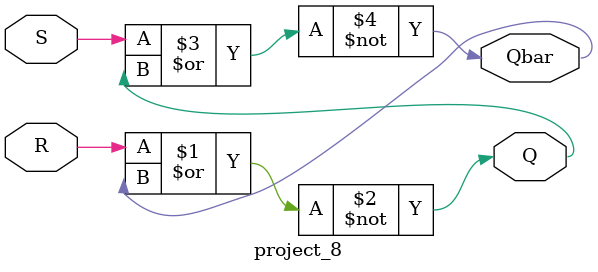
<source format=v>
`timescale 1ns / 1ps


module project_8(
    input S,R,
    output Q,Qbar
    );
    nor #1 N1(Q, R, Qbar);
    nor #1 N2(Qbar, S, Q);
endmodule



</source>
